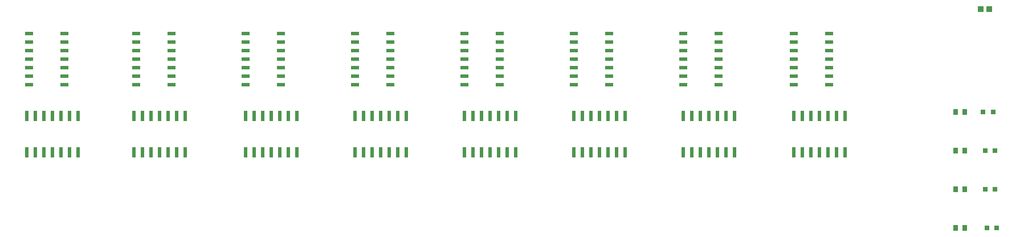
<source format=gtp>
G04*
G04 #@! TF.GenerationSoftware,Altium Limited,Altium Designer,25.2.1 (25)*
G04*
G04 Layer_Color=8421504*
%FSAX44Y44*%
%MOMM*%
G71*
G04*
G04 #@! TF.SameCoordinates,F3945BAA-94F4-4F02-825A-217E7DD4EA31*
G04*
G04*
G04 #@! TF.FilePolarity,Positive*
G04*
G01*
G75*
%ADD15R,0.5500X1.5000*%
%ADD16R,0.5500X1.5000*%
%ADD17R,0.5500X1.5000*%
%ADD18R,0.5500X1.5000*%
%ADD19R,0.9500X0.9500*%
%ADD20R,0.8000X0.9500*%
%ADD21R,0.8000X0.8000*%
G04:AMPARAMS|DCode=22|XSize=0.55mm|YSize=1.25mm|CornerRadius=0.0495mm|HoleSize=0mm|Usage=FLASHONLY|Rotation=90.000|XOffset=0mm|YOffset=0mm|HoleType=Round|Shape=RoundedRectangle|*
%AMROUNDEDRECTD22*
21,1,0.5500,1.1510,0,0,90.0*
21,1,0.4510,1.2500,0,0,90.0*
1,1,0.0990,0.5755,0.2255*
1,1,0.0990,0.5755,-0.2255*
1,1,0.0990,-0.5755,-0.2255*
1,1,0.0990,-0.5755,0.2255*
%
%ADD22ROUNDEDRECTD22*%
D15*
X00872380Y01158751D02*
D03*
X00885080D02*
D03*
X00897780D02*
D03*
X00910480D02*
D03*
X00923180D02*
D03*
X00935880D02*
D03*
X00948580D02*
D03*
X00547149Y01212748D02*
D03*
X00559849D02*
D03*
X00572549D02*
D03*
X00597949D02*
D03*
X00610649D02*
D03*
X00623349D02*
D03*
X01522835Y01212749D02*
D03*
X01535535D02*
D03*
X01548235D02*
D03*
X01560935D02*
D03*
X01573635D02*
D03*
X01586335D02*
D03*
X01599035D02*
D03*
D16*
X00872379D02*
D03*
X00885079D02*
D03*
X00897779D02*
D03*
X00910479D02*
D03*
X00923179D02*
D03*
X00935879D02*
D03*
X00948579D02*
D03*
X01197607D02*
D03*
X01210307D02*
D03*
X01223007D02*
D03*
X01235707D02*
D03*
X01248407D02*
D03*
X01261107D02*
D03*
X01273807D02*
D03*
D17*
X01034994Y01158751D02*
D03*
X01047694D02*
D03*
X01060394D02*
D03*
X01073094D02*
D03*
X01085794D02*
D03*
X01098494D02*
D03*
X01111194D02*
D03*
X01034992Y01212749D02*
D03*
X01047692D02*
D03*
X01060392D02*
D03*
X01073092D02*
D03*
X01085792D02*
D03*
X01098492D02*
D03*
X01111192D02*
D03*
X01360222Y01158751D02*
D03*
X01372922D02*
D03*
X01385622D02*
D03*
X01398322D02*
D03*
X01411022D02*
D03*
X01423722D02*
D03*
X01436422D02*
D03*
X00706870Y01158749D02*
D03*
X00719570D02*
D03*
X00732270D02*
D03*
X00744970D02*
D03*
X00757670D02*
D03*
X00770370D02*
D03*
X00783070D02*
D03*
X00585252Y01158752D02*
D03*
X00597952D02*
D03*
X00610652D02*
D03*
X00623352D02*
D03*
X00585249Y01212748D02*
D03*
D18*
X01197608Y01158751D02*
D03*
X01210308D02*
D03*
X01223008D02*
D03*
X01235708D02*
D03*
X01248408D02*
D03*
X01261108D02*
D03*
X01273808D02*
D03*
X01360220Y01212749D02*
D03*
X01372921D02*
D03*
X01385621D02*
D03*
X01398320D02*
D03*
X01411021D02*
D03*
X01423721D02*
D03*
X01436420D02*
D03*
X00706868Y01212750D02*
D03*
X00719568D02*
D03*
X00732268D02*
D03*
X00744968D02*
D03*
X00757668D02*
D03*
X00770368D02*
D03*
X00783068D02*
D03*
X00547152Y01158752D02*
D03*
X00559852D02*
D03*
X00572552D02*
D03*
X01686901Y01158744D02*
D03*
X01699601D02*
D03*
X01712301D02*
D03*
X01725001D02*
D03*
X01737701D02*
D03*
X01750401D02*
D03*
X01763101D02*
D03*
X01686899Y01212742D02*
D03*
X01699599D02*
D03*
X01712299D02*
D03*
X01724999D02*
D03*
X01737699D02*
D03*
X01750399D02*
D03*
X01763099D02*
D03*
X01522836Y01158751D02*
D03*
X01535536D02*
D03*
X01548237D02*
D03*
X01560936D02*
D03*
X01573636D02*
D03*
X01586337D02*
D03*
X01599037D02*
D03*
D19*
X01977250Y01372250D02*
D03*
X01964750D02*
D03*
D20*
X01940700Y01103583D02*
D03*
X01927200D02*
D03*
X01940700Y01045750D02*
D03*
X01927200D02*
D03*
X01940700Y01161417D02*
D03*
X01927200D02*
D03*
X01940700Y01219250D02*
D03*
X01927200D02*
D03*
D21*
X01973750Y01045750D02*
D03*
X01988750D02*
D03*
X01971250Y01103583D02*
D03*
X01986249D02*
D03*
X01971250Y01161417D02*
D03*
X01986250D02*
D03*
X01968250Y01219250D02*
D03*
X01983250D02*
D03*
D22*
X01250107Y01259100D02*
D03*
Y01271800D02*
D03*
Y01284500D02*
D03*
Y01297200D02*
D03*
Y01309900D02*
D03*
Y01322600D02*
D03*
Y01335300D02*
D03*
X01197607Y01259100D02*
D03*
Y01271800D02*
D03*
Y01284500D02*
D03*
Y01297200D02*
D03*
Y01309900D02*
D03*
Y01322600D02*
D03*
Y01335300D02*
D03*
X00762265Y01259100D02*
D03*
Y01271800D02*
D03*
Y01284500D02*
D03*
Y01297200D02*
D03*
Y01309900D02*
D03*
Y01322600D02*
D03*
Y01335300D02*
D03*
X00709764Y01259100D02*
D03*
Y01271800D02*
D03*
Y01284500D02*
D03*
Y01297200D02*
D03*
Y01309900D02*
D03*
Y01322600D02*
D03*
Y01335300D02*
D03*
X01412721Y01259100D02*
D03*
Y01271800D02*
D03*
Y01284500D02*
D03*
Y01297200D02*
D03*
Y01309900D02*
D03*
Y01322600D02*
D03*
Y01335300D02*
D03*
X01360221Y01259100D02*
D03*
Y01271800D02*
D03*
Y01284500D02*
D03*
Y01297200D02*
D03*
Y01309900D02*
D03*
Y01322600D02*
D03*
Y01335300D02*
D03*
X01575336Y01259100D02*
D03*
Y01271800D02*
D03*
Y01284500D02*
D03*
Y01297200D02*
D03*
Y01309900D02*
D03*
Y01322600D02*
D03*
Y01335300D02*
D03*
X01522836Y01259100D02*
D03*
Y01271800D02*
D03*
Y01284500D02*
D03*
Y01297200D02*
D03*
Y01309900D02*
D03*
Y01322600D02*
D03*
Y01335300D02*
D03*
X01739400Y01259100D02*
D03*
Y01271800D02*
D03*
Y01284500D02*
D03*
Y01297200D02*
D03*
Y01309900D02*
D03*
Y01322600D02*
D03*
Y01335300D02*
D03*
X01686900Y01259100D02*
D03*
Y01271800D02*
D03*
Y01284500D02*
D03*
Y01297200D02*
D03*
Y01309900D02*
D03*
Y01322600D02*
D03*
Y01335300D02*
D03*
X00924879Y01259100D02*
D03*
Y01271800D02*
D03*
Y01284500D02*
D03*
Y01297200D02*
D03*
Y01309900D02*
D03*
Y01322600D02*
D03*
Y01335300D02*
D03*
X00872379Y01259100D02*
D03*
Y01271800D02*
D03*
Y01284500D02*
D03*
Y01297200D02*
D03*
Y01309900D02*
D03*
Y01322600D02*
D03*
Y01335300D02*
D03*
X00603000Y01259100D02*
D03*
Y01271800D02*
D03*
Y01284500D02*
D03*
Y01297200D02*
D03*
Y01309900D02*
D03*
Y01322600D02*
D03*
Y01335300D02*
D03*
X00550500Y01259100D02*
D03*
Y01271800D02*
D03*
Y01284500D02*
D03*
Y01297200D02*
D03*
Y01309900D02*
D03*
Y01322600D02*
D03*
Y01335300D02*
D03*
X01087834Y01259100D02*
D03*
Y01271800D02*
D03*
Y01284500D02*
D03*
Y01297200D02*
D03*
Y01309900D02*
D03*
Y01322600D02*
D03*
Y01335300D02*
D03*
X01035333Y01259100D02*
D03*
Y01271800D02*
D03*
Y01284500D02*
D03*
Y01297200D02*
D03*
Y01309900D02*
D03*
Y01322600D02*
D03*
Y01335300D02*
D03*
M02*

</source>
